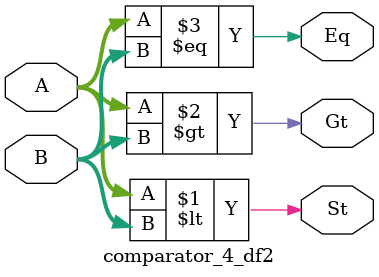
<source format=v>

`timescale 1ps / 1ps


module comparator_4_df2 (Eq ,Gt ,St ,A , B);
	input [3:0] A ,B;
	
	output Eq ,Gt ,St;
	assign {Eq ,Gt ,St} = {(A==B) ,(A>B) ,(A<B)}; // Si el sinte
endmodule

</source>
